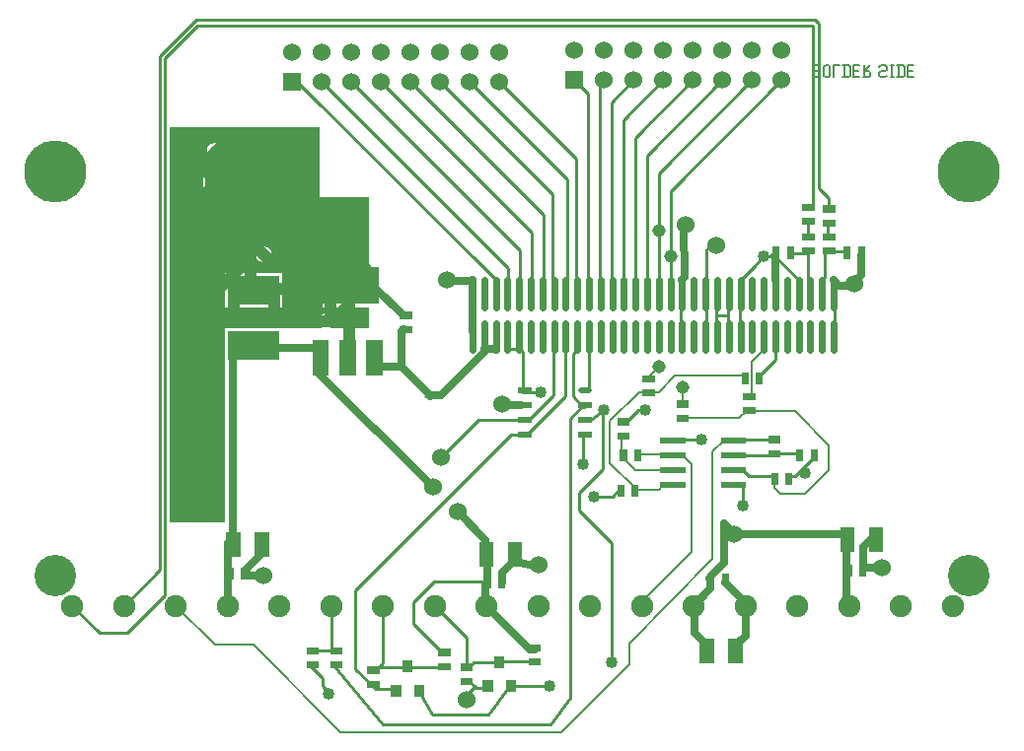
<source format=gbr>
G04 Title: RX Daughterboard, layergroup #1 *
G04 Creator: pcb-bin 1.99p *
G04 CreationDate: Tue 01 Mar 2005 01:13:31 AM GMT UTC *
G04 For: matt *
G04 Format: Gerber/RS-274X *
G04 PCB-Dimensions: 330000 250000 *
G04 PCB-Coordinate-Origin: lower left *
%MOIN*%
%FSLAX24Y24*%
G04 contains layers solder (0) *
%IPPOS*%
%ADD11C,0.0400*%
%ADD12C,0.0250*%
%ADD13C,0.0450*%
%ADD14C,0.0080*%
%ADD15C,0.0280*%
%ADD16C,0.0100*%
%ADD17C,0.0300*%
%ADD18C,0.0600*%
%ADD19C,0.0240*%
%ADD20R,0.0240X0.0240*%
%ADD21R,0.0440X0.0440*%
%ADD22R,0.0300X0.0300*%
%ADD23C,0.0060*%
%ADD24R,0.0480X0.0480*%
%ADD25R,0.0680X0.0680*%
%ADD26R,0.0540X0.0540*%
%ADD27R,0.0970X0.0970*%
%ADD28R,0.1170X0.1170*%
%ADD29R,0.1030X0.1030*%
%ADD30C,0.0200*%
%ADD31R,0.0560X0.0560*%
%ADD32R,0.0860X0.0860*%
%ADD33R,0.0620X0.0620*%
%ADD34R,0.1220X0.1220*%
%ADD35R,0.1520X0.1520*%
%ADD36R,0.1280X0.1280*%
%ADD37R,0.0340X0.0340*%
%ADD38R,0.0640X0.0640*%
%ADD39R,0.0400X0.0400*%
%ADD40R,0.0200X0.0200*%
%ADD41C,0.0720*%
%ADD42C,0.0920X0.0720*%
%ADD43C,0.0920*%
%ADD44C,0.0340*%
%ADD45R,0.0600X0.0600*%
%ADD46R,0.0660X0.0660*%
%ADD47R,0.0900X0.0900X0.0600X0.0600*%
%ADD48R,0.0900X0.0900*%
%ADD49C,0.0660*%
%AMTHERM1*7,0,0,0.0900,0.0600,0.0100,45*%
%ADD50THERM1*%
%ADD51C,0.0900X0.0600*%
%ADD52C,0.0900*%
%ADD53C,0.0500*%
%ADD54R,0.0500X0.0500*%
%ADD55C,0.0750*%
%ADD56C,0.0810*%
%ADD57C,0.0950X0.0750*%
%ADD58C,0.0950*%
%ADD59C,0.0125*%
%AMTHERM2*7,0,0,0.0950,0.0750,0.0125,45*%
%ADD60THERM2*%
%ADD61C,0.1400*%
%ADD62C,0.1460*%
%ADD63C,0.1600X0.1400*%
%ADD64C,0.1600*%
%ADD65C,0.2100*%
%ADD66C,0.2160*%
%AMTHERM3*7,0,0,0.2300,0.2100,0.0500,45*%
%ADD67THERM3*%
%ADD68C,0.2300X0.2100*%
%ADD69C,0.2300*%
%ADD70C,0.0150*%
%ADD71C,0.1320*%
%ADD72C,0.1100*%
%ADD73C,0.1520*%
%ADD74C,0.1520X0.1320*%
%ADD75C,0.0610*%
%ADD76C,0.0610X0.0450*%
%ADD77C,0.0160*%
%AMTHERM4*7,0,0,0.0800,0.0600,0.0160,45*%
%ADD78THERM4*%
%ADD79C,0.0800*%
%ADD80C,0.0800X0.0600*%
%AMTHERM5*7,0,0,0.0800,0.0600,0.0125,45*%
%ADD81THERM5*%
%AMTHERM6*7,0,0,0.0600,0.0400,0.0100,45*%
%ADD82THERM6*%
%ADD83C,0.0600X0.0400*%
%ADD84C,0.0360*%
%ADD85C,0.0560*%
%ADD86C,0.0560X0.0360*%
%AMTHERM7*7,0,0,0.0560,0.0360,0.0080,45*%
%ADD87THERM7*%
%LNGROUP_0*%
%LPD*%
G01X0Y0D02*
G54D16*G36*
X4750Y21050D02*X9850D01*
Y18450D01*
X4750D01*
Y21050D01*
G37*
G36*
Y7700D02*X6650D01*
Y14650D01*
X4750D01*
Y7700D01*
G37*
G36*
Y18700D02*X11500D01*
Y14250D01*
X4750D01*
Y18700D01*
G37*
%LNCUTS*%
%LPC*%
G54D17*X4613Y5213D02*Y23400D01*
G54D85*X6300Y20250D03*
X5700Y19200D03*
G54D17*X4613Y5213D02*Y23400D01*
G54D85*X5700Y8650D03*
Y10450D03*
Y12250D03*
X5650Y14050D03*
G54D28*X7210Y13660D02*X7990D01*
G54D13*X7210Y15540D02*X7200Y15550D01*
G54D17*X4613Y5213D02*Y23400D01*
G54D13*X7990Y15540D02*X8000Y15550D01*
X12660Y14690D02*X11650Y15700D01*
X11450D01*
Y15750D01*
X10330Y15700D02*X10400Y15770D01*
X11450Y15750D02*X11500D01*
G54D85*X10050Y14500D03*
X5650Y14050D03*
X10400Y17750D03*
X7950Y16750D03*
X5700Y15350D03*
X5650Y17400D03*
X7250Y17500D03*
X8700Y17550D03*
G54D35*X10330Y15700D02*X11230D01*
G54D28*X7210Y15540D02*X7990D01*
%LNTRACKS*%
%LPD*%
G54D11*X6600Y18100D02*X8200Y16500D01*
X6600Y20500D02*Y18100D01*
X5700Y19600D02*X6600Y20500D01*
X5700Y18400D02*Y19600D01*
X5600Y18500D02*X5700Y18400D01*
X5600Y20500D02*Y18500D01*
X10450Y14500D02*X9500D01*
X9750Y16200D02*X9700Y16250D01*
X9750Y15000D02*Y16200D01*
X10500Y17500D02*X10400Y17600D01*
X10500Y17250D02*Y17500D01*
X9700Y17300D02*X10400Y18000D01*
X7350Y17300D02*X9700D01*
X7150Y17500D02*X7350Y17300D01*
X6050Y17500D02*X7150D01*
X5850Y17300D02*X6050Y17500D01*
X5850Y8050D02*Y17300D01*
X10750Y17700D02*X10800Y17750D01*
X5600Y17700D02*X10750D01*
X5450Y17550D02*X5600Y17700D01*
X5450Y8250D02*Y17550D01*
X10100Y17450D02*X10700Y18050D01*
X10050Y17450D02*X10100D01*
X9950Y17550D02*X10050Y17450D01*
X5850Y17550D02*X9950D01*
X5700Y17400D02*X5850Y17550D01*
X5700Y8150D02*Y17400D01*
X11400Y16250D02*X11350D01*
X11300Y16350D02*X11400Y16250D01*
X9350Y16350D02*X11300D01*
X7500Y16650D02*X6400Y15550D01*
X7500Y16700D02*Y16650D01*
Y15650D02*Y16700D01*
X10850Y13400D02*X10750Y13300D01*
X10850Y15050D02*Y13400D01*
X10400Y14600D02*X10850Y15050D01*
X10300Y14600D02*X10400D01*
X10200Y14700D02*X10300Y14600D01*
X10200Y15650D02*Y14700D01*
X10150Y15600D02*X10200Y15650D01*
X8200Y15600D02*X10150D01*
X8300Y15500D02*X8200Y15600D01*
X8300Y14650D02*Y15500D01*
X6950Y14750D02*Y15550D01*
G54D12*X14999Y15881D02*X14968Y15850D01*
X11450Y15700D02*Y15750D01*
X11650Y15700D02*X11450D01*
X12660Y14690D02*X11650Y15700D01*
X14968Y15850D02*X14150D01*
X10330Y15700D02*X10400Y15770D01*
X7990Y15540D02*X8000Y15550D01*
X8050Y13600D02*X9900D01*
X7990Y13660D02*X8050Y13600D01*
X6900Y13350D02*Y6850D01*
X7210Y13660D02*X6900Y13350D01*
X7290Y6040D02*X7430Y5900D01*
X7850Y6600D02*Y6900D01*
X7290Y6040D02*X7850Y6600D01*
X23850Y7300D02*X27650D01*
X23500Y7650D02*X23850Y7300D01*
X23500Y6315D02*X23100Y5915D01*
X23500Y7650D02*Y6315D01*
X28200Y6850D02*Y6100D01*
X28630Y7280D02*X28200Y6850D01*
X27650Y4940D02*Y7100D01*
X27720Y4870D02*X27650Y4940D01*
X16450Y6360D02*X17250Y6200D01*
X16480Y6330D02*X16400Y6810D01*
X15990Y5980D02*Y5650D01*
X16430Y6420D02*X15990Y5980D01*
G54D14*X20700Y5000D02*Y4850D01*
X22400Y6700D02*X20700Y5000D01*
G54D12*X15500Y5600D02*X15450Y5550D01*
X15500Y6450D02*Y5600D01*
X15450Y6500D02*X15500Y6450D01*
X15450Y7100D02*Y6500D01*
Y5550D02*Y5150D01*
G54D16*X15500Y6700D02*X15550D01*
X15500Y5200D02*Y6700D01*
X17750Y12000D02*Y14100D01*
X16900Y11150D02*X17750Y12000D01*
X16620Y11150D02*X16650D01*
X15200D02*X16650D01*
X13950Y9900D02*X15200Y11150D01*
X14850Y1900D02*Y1850D01*
X15100Y2150D02*X14850Y1900D01*
X15520Y2130D02*Y2150D01*
X15550Y2100D02*X15520Y2130D01*
X15100Y2100D02*X15550D01*
X14890Y2310D02*X15100Y2100D01*
X26700Y19000D02*X27050Y18650D01*
X26700Y24562D02*Y19000D01*
X26562Y24700D02*X26700Y24562D01*
X4443Y23470D02*X5673Y24700D01*
X4443Y6093D02*Y23470D01*
X3220Y4870D02*X4443Y6093D01*
X26500Y24500D02*Y18350D01*
X5673Y24700D02*X26562D01*
X5713Y24500D02*X26500D01*
X4613Y23400D02*X5713Y24500D01*
X4613Y5213D02*Y23400D01*
X3350Y3950D02*X4613Y5213D01*
X2390Y3950D02*X3350D01*
X1470Y4870D02*X2390Y3950D01*
X19400Y9500D02*Y11500D01*
X18600Y8700D02*X19400Y9500D01*
X18600Y8100D02*Y8700D01*
X19700Y7000D02*X18600Y8100D01*
X19700Y2950D02*Y7000D01*
X16430Y2150D02*X17600D01*
X16380Y2100D02*X16430Y2150D01*
X16300Y2180D02*X16380Y2100D01*
X19050Y11200D02*X18800D01*
X19450Y11500D02*X19050Y11200D01*
X16670Y12100D02*X17300D01*
X16620Y12150D02*X16670Y12100D01*
X16700Y13450D02*Y12150D01*
X16600Y13550D02*X16700Y13450D01*
X16211Y13550D02*X16600D01*
X16180Y13518D02*X16211Y13550D01*
X16200Y2100D02*X16250D01*
X15550Y1200D02*X16200Y2100D01*
X13620Y1200D02*X15550D01*
X13200Y1970D02*X13620Y1200D01*
X21500Y10500D02*X22750D01*
X21450Y10450D02*X21500Y10500D01*
X15500Y4950D02*X15450D01*
X15500Y5200D02*Y4950D01*
X23250Y14700D02*X23650D01*
X13700Y5700D02*X15500D01*
X13000Y5000D02*X13700Y5700D01*
X13000Y4250D02*Y5000D01*
X13960Y3290D02*X13000Y4250D01*
G54D12*X16940Y3400D02*X17100D01*
X11700Y10854D02*X13654Y8900D01*
X12600Y12950D02*X11750D01*
X6750Y7000D02*Y4900D01*
X13570Y11980D02*X12600Y12950D01*
X12660Y14210D02*X12600Y14150D01*
Y12950D01*
X23880Y3530D02*X24220Y3870D01*
X28190Y6140D02*X28200Y6150D01*
X28850D01*
G54D16*X18750Y10560D02*Y9650D01*
X18660Y10650D02*X18750Y10560D01*
X19720Y8550D02*X19100D01*
X20010Y8840D02*X19720Y8550D01*
G54D12*X14150Y15850D02*Y15900D01*
X9850Y13100D02*Y13050D01*
Y12700D02*Y13100D01*
X16620Y11650D02*X16150D01*
X11750Y10800D02*X9850Y12700D01*
X22500Y3950D02*Y4850D01*
X22470Y4870D02*X23050Y5450D01*
G54D16*X13410Y11970D02*X13570D01*
G54D12*X24200Y5000D02*Y4950D01*
X13570Y11980D02*Y11970D01*
X7430Y5900D02*X7950D01*
X13950Y12000D02*X13550D01*
X14000Y12050D02*X13950Y12000D01*
X7210Y15540D02*X7200Y15550D01*
G54D16*X13695Y11975D02*X13706D01*
X13690Y11970D02*X13695Y11975D01*
X13950Y12000D02*X13930Y11980D01*
X26150Y9450D02*Y9500D01*
X26250Y9350D02*X26150Y9450D01*
X25890Y9240D02*X26550Y9900D01*
X25690Y9240D02*X25890D01*
X25304Y16600D02*X25250D01*
X26022Y15881D02*X25304Y16600D01*
G54D12*X25250Y15895D02*Y16650D01*
X25235Y15881D02*X25250Y15895D01*
X28140Y16040D02*X27900Y15800D01*
X28140Y16710D02*Y16040D01*
X27385Y15700D02*X27900D01*
X27204Y15881D02*X27385Y15700D01*
G54D16*X27250Y13564D02*Y15700D01*
X27204Y13518D02*X27250Y13564D01*
X25050Y16700D02*X24850D01*
X25260Y16890D02*X25050Y16700D01*
X24500Y16326D02*X24850Y16700D01*
X24054Y15881D02*X24500Y16326D01*
X23050Y17050D02*X23250D01*
X22900Y16900D02*X23050Y17050D01*
X22900Y15907D02*Y16900D01*
X22873Y15881D02*X22900Y15907D01*
X24050Y14433D02*Y15550D01*
X24054Y14428D02*X24050Y14433D01*
X22900Y14455D02*Y15400D01*
X22873Y14428D02*X22900Y14455D01*
X10150Y1950D02*Y1900D01*
X9950Y2150D02*X10150Y1950D01*
X9950Y2420D02*Y2150D01*
X9510Y2860D02*X9950Y2420D01*
G54D12*X22178Y15973D02*X22128Y17750D01*
X22085Y15881D02*X22178Y15973D01*
X15000Y15880D02*Y14150D01*
X11450Y15750D02*X11500D01*
G54D16*X15000Y13519D02*Y15550D01*
X14999Y13518D02*X15000Y13519D01*
X22050Y13554D02*Y15500D01*
X22085Y13518D02*X22050Y13554D01*
G54D14*X23100Y6450D02*X20300Y3600D01*
X23100Y10100D02*Y6450D01*
X23500Y10450D02*X23100Y10100D01*
X20900Y4900D02*X20750D01*
G54D12*X14500Y8050D02*X15450Y7100D01*
G54D14*X22400Y9650D02*Y6700D01*
X22100Y9950D02*X22400Y9650D01*
X20624Y12100D02*X20850D01*
X19650Y11125D02*X20624Y12100D01*
X19650Y9680D02*Y11125D01*
X20490Y8840D02*X19650Y9680D01*
X25200Y8850D02*Y9050D01*
X25400Y8650D02*X25200Y8850D01*
X26250Y8650D02*X25400D01*
X27050Y9450D02*X26250Y8650D01*
X27050Y10300D02*Y9450D01*
X25890Y11460D02*X27050Y10300D01*
X24440Y11460D02*X25890D01*
X21300Y8800D02*X20550D01*
X21450Y8950D02*X21300Y8800D01*
X20510Y9450D02*X21650D01*
X20100Y9860D02*X20510Y9450D01*
X20050Y10570D02*Y10000D01*
X20010Y10610D02*X20050Y10570D01*
X21400Y10000D02*X20600D01*
X21450Y9950D02*X21400Y10000D01*
X24010Y11210D02*X22100D01*
X24260Y11460D02*X24010Y11210D01*
X21300Y12100D02*X21000D01*
X21850Y12650D02*X21300Y12100D01*
X24200Y12650D02*X21850D01*
X24210Y12640D02*X24200Y12650D01*
X20950Y12600D02*Y12550D01*
X21300Y12950D02*X20950Y12600D01*
X21300Y17650D02*Y17550D01*
X22100Y12250D02*Y11700D01*
X24450Y11950D02*X24500D01*
X24450Y13127D02*Y11950D01*
X24841Y13518D02*X24450Y13127D01*
G54D16*X25250Y13200D02*Y13550D01*
X24690Y12640D02*X25250Y13200D01*
X24200Y10500D02*X25100D01*
X24150Y10450D02*X24200Y10500D01*
X25140Y9950D02*X23825D01*
X25200Y10010D02*X25140Y9950D01*
X26030Y10010D02*X25200D01*
X26060Y10040D02*X26030Y10010D01*
X24350Y9250D02*X25200D01*
X24150Y9450D02*X24350Y9250D01*
X14750Y2300D02*Y2250D01*
G54D14*X7600Y3550D02*X6300D01*
X4950Y4900D01*
G54D16*X23650Y13529D02*Y15650D01*
X23660Y13518D02*X23650Y13529D01*
X23250Y15650D02*Y14050D01*
G54D14*X20300Y2900D02*X18000Y600D01*
X20300Y3600D02*Y2900D01*
G54D16*X18300Y1750D02*Y11200D01*
X17650Y850D02*X18300Y1750D01*
X11970Y850D02*X17650D01*
X10310Y2860D02*X11970Y850D01*
X14800Y3790D02*Y2800D01*
X13720Y4870D02*X14800Y3790D01*
X16300Y10650D02*X16750D01*
X11050Y5400D02*X16300Y10650D01*
X11050Y2720D02*Y5400D01*
X11720Y2050D02*X11050Y2720D01*
G54D12*X23540Y5660D02*X24200Y5000D01*
X23050Y5800D02*X23000D01*
X23050Y5450D02*Y5800D01*
X24220Y3870D02*Y4870D01*
X22920Y3530D02*X22500Y3950D01*
G54D16*X20190Y11090D02*X20600Y11500D01*
G54D12*X15393Y13443D02*X13950Y12000D01*
X15393Y13518D02*Y13443D01*
X15786Y13518D02*X15755Y13550D01*
X15400D01*
G54D16*X20600Y11500D02*X20850D01*
X18148Y11948D02*X16850Y10650D01*
X18148Y13518D02*Y11948D01*
X17750Y13550D02*X17800D01*
G54D14*X4950Y4900D02*Y4950D01*
X18000Y600D02*X10550D01*
G54D16*X18300Y11200D02*X18750Y11650D01*
Y11600D02*X18800D01*
X18400Y11950D02*X18750Y11600D01*
X18400Y13376D02*Y11950D01*
X18542Y13518D02*X18400Y13376D01*
X18950Y13505D02*Y12150D01*
X18936Y13518D02*X18950Y13505D01*
X10250Y3450D02*Y4850D01*
X10350Y3350D02*X10250Y3450D01*
X9520Y3350D02*X10350D01*
X9510Y3340D02*X9520Y3350D01*
X11970Y2920D02*Y4870D01*
X11740Y2690D02*X11970Y2920D01*
X14150Y2800D02*X11850D01*
X11720Y2050D02*X12500D01*
X24150Y8950D02*Y8250D01*
X15050Y2950D02*X15850D01*
X14890Y2790D02*X15050Y2950D01*
X11740Y2690D02*X11850Y2800D01*
G54D12*X15470Y4870D02*X16940Y3400D01*
G54D14*X10550Y600D02*X7600Y3550D01*
G54D16*X27050Y18650D02*Y18350D01*
X16700Y3000D02*X15950D01*
X17190Y2960D02*X16700Y3000D01*
X27000Y17380D02*Y17800D01*
X26960Y17340D02*X27000Y17380D01*
X26350Y17430D02*Y17800D01*
X26260Y17340D02*X26350Y17430D01*
X26900Y16850D02*X27600D01*
X26900Y15970D02*Y16850D01*
X26810Y15881D02*X26900Y15970D01*
X26300Y16800D02*X25750D01*
X26350Y16850D02*X26300Y16800D01*
X26350Y15947D02*Y16850D01*
X26416Y15881D02*X26350Y15947D01*
X9017Y22650D02*X8900D01*
X15786Y15881D02*X9017Y22650D01*
X16200Y16300D02*Y15650D01*
X16600Y16900D02*Y15700D01*
X17000Y17500D02*Y15650D01*
X17400Y18100D02*Y15800D01*
X20500Y20700D02*Y15900D01*
X9900Y22600D02*X16200Y16300D01*
X22450Y22650D02*X20500Y20700D01*
X20100Y21300D02*Y15800D01*
X25450Y22650D02*X21692Y18892D01*
X21450Y22650D02*X20100Y21300D01*
X19700Y21900D02*Y15400D01*
X20450Y22650D02*X19700Y21900D01*
X19300Y22500D02*Y15900D01*
X21692Y18892D02*Y15800D01*
X19450Y22650D02*X19300Y22500D01*
X18900Y22200D02*Y15700D01*
X18450Y22650D02*X18900Y22200D01*
X18500Y20000D02*Y15700D01*
X15900Y22600D02*X18500Y20000D01*
X18200Y19300D02*Y15700D01*
X14900Y22600D02*X18200Y19300D01*
X17700Y18800D02*Y15700D01*
X13900Y22600D02*X17700Y18800D01*
X23450Y22650D02*X20900Y20100D01*
X12900Y22600D02*X17400Y18100D01*
X21300Y19500D02*Y15850D01*
X11900Y22600D02*X17000Y17500D01*
X24450Y22650D02*X21300Y19500D01*
X10900Y22600D02*X16600Y16900D01*
X20900Y20100D02*Y15700D01*
G04 Text: SOLDER SIDE *
G54D14*X26700Y22750D02*X26750Y22800D01*
X26550Y22750D02*X26700D01*
X26500Y22800D02*X26550Y22750D01*
X26500Y22800D02*Y22900D01*
X26550Y22950D01*
X26700D01*
X26750Y23000D01*
Y23100D01*
X26700Y23150D02*X26750Y23100D01*
X26550Y23150D02*X26700D01*
X26500Y23100D02*X26550Y23150D01*
X26870Y22800D02*Y23100D01*
Y22800D02*X26920Y22750D01*
X27020D01*
X27070Y22800D01*
Y23100D01*
X27020Y23150D02*X27070Y23100D01*
X26920Y23150D02*X27020D01*
X26870Y23100D02*X26920Y23150D01*
X27190Y22750D02*Y23150D01*
X27390D01*
X27560Y22750D02*Y23150D01*
X27710Y22750D02*X27760Y22800D01*
Y23100D01*
X27710Y23150D02*X27760Y23100D01*
X27510Y23150D02*X27710D01*
X27510Y22750D02*X27710D01*
X27880Y22950D02*X28030D01*
X27880Y23150D02*X28080D01*
X27880Y22750D02*Y23150D01*
Y22750D02*X28080D01*
X28200D02*X28400D01*
X28450Y22800D01*
Y22900D01*
X28400Y22950D02*X28450Y22900D01*
X28250Y22950D02*X28400D01*
X28250Y22750D02*Y23150D01*
Y22950D02*X28450Y23150D01*
X28950Y22750D02*X29000Y22800D01*
X28800Y22750D02*X28950D01*
X28750Y22800D02*X28800Y22750D01*
X28750Y22800D02*Y22900D01*
X28800Y22950D01*
X28950D01*
X29000Y23000D01*
Y23100D01*
X28950Y23150D02*X29000Y23100D01*
X28800Y23150D02*X28950D01*
X28750Y23100D02*X28800Y23150D01*
X29120Y22750D02*X29220D01*
X29170D02*Y23150D01*
X29120D02*X29220D01*
X29390Y22750D02*Y23150D01*
X29540Y22750D02*X29590Y22800D01*
Y23100D01*
X29540Y23150D02*X29590Y23100D01*
X29340Y23150D02*X29540D01*
X29340Y22750D02*X29540D01*
X29710Y22950D02*X29860D01*
X29710Y23150D02*X29910D01*
X29710Y22750D02*Y23150D01*
Y22750D02*X29910D01*
G54D45*X8900Y22600D03*
G54D18*Y23600D03*
X9900Y22600D03*
Y23600D03*
X10900Y22600D03*
Y23600D03*
X11900Y22600D03*
Y23600D03*
X12900Y22600D03*
Y23600D03*
X13900Y22600D03*
Y23600D03*
X14900Y22600D03*
Y23600D03*
X15900Y22600D03*
Y23600D03*
G54D45*X18450Y22650D03*
G54D18*Y23650D03*
X19450Y22650D03*
Y23650D03*
X20450Y22650D03*
Y23650D03*
X21450Y22650D03*
Y23650D03*
X22450Y22650D03*
Y23650D03*
X23450Y22650D03*
Y23650D03*
X24450Y22650D03*
Y23650D03*
X25450Y22650D03*
Y23650D03*
G54D55*X1470Y4870D03*
X3220D03*
X4970D03*
X6720D03*
X8470D03*
X10220D03*
X11970D03*
X13720D03*
X15470D03*
X17220D03*
X18970D03*
X20720D03*
X22470D03*
X24220D03*
X25970D03*
X27720D03*
X29470D03*
X31220D03*
G54D61*X910Y5890D03*
G54D65*Y19550D03*
X31780D03*
G54D61*Y5890D03*
G54D13*X21300Y12950D03*
G54D18*X23250Y17050D03*
G54D13*X21700Y16700D03*
X22100Y12250D03*
X21300Y17550D03*
G54D18*X7950Y5900D03*
X22200Y17750D03*
G54D11*X10150Y1900D03*
X24850Y16700D03*
G54D18*X27900Y15750D03*
G54D11*X26250Y9350D03*
X24150Y8250D03*
X19100Y8550D03*
X20850Y11500D03*
G54D18*X14150Y15900D03*
X16000Y11700D03*
G54D11*X18750Y9650D03*
G54D18*X28850Y6150D03*
X13654Y8900D03*
G54D11*X22750Y10500D03*
X17300Y12100D03*
X19450Y11500D03*
X17600Y2150D03*
X19700Y2950D03*
G54D18*X14800Y1700D03*
X13950Y9900D03*
X14500Y8050D03*
X17250Y6250D03*
G54D84*X7950Y16750D03*
X5700Y8650D03*
G54D14*X5504Y8846D02*X5896Y8454D01*
X5504D02*X5896Y8846D01*
G54D84*X5700Y10450D03*
G54D14*X5504Y10646D02*X5896Y10254D01*
X5504D02*X5896Y10646D01*
G54D84*X5700Y12250D03*
G54D14*X5504Y12446D02*X5896Y12054D01*
X5504D02*X5896Y12446D01*
G54D84*X5650Y14050D03*
G54D14*X5454Y14246D02*X5846Y13854D01*
X5454D02*X5846Y14246D01*
G54D84*X5700Y15350D03*
G54D14*X5504Y15546D02*X5896Y15154D01*
X5504D02*X5896Y15546D01*
G54D84*X5650Y17400D03*
G54D14*X5454Y17596D02*X5846Y17204D01*
X5454D02*X5846Y17596D01*
G54D84*X7250Y17500D03*
G54D14*X7054Y17696D02*X7446Y17304D01*
X7054D02*X7446Y17696D01*
G54D84*X8700Y17550D03*
G54D14*X8504Y17746D02*X8896Y17354D01*
X8504D02*X8896Y17746D01*
G54D84*X10400Y17750D03*
G54D14*X10204Y17946D02*X10596Y17554D01*
X10204D02*X10596Y17946D01*
G54D84*X10050Y14500D03*
G54D14*X9854Y14696D02*X10246Y14304D01*
X9854D02*X10246Y14696D01*
G54D84*X5700Y19200D03*
X6300Y20250D03*
G54D18*X23850Y7300D03*
G54D20*X6810Y6040D02*Y5860D01*
X7290Y6040D02*Y5860D01*
G54D24*X6920Y7130D02*Y6770D01*
X7880Y7130D02*Y6770D01*
G54D20*X15510Y5740D02*Y5560D01*
X15990Y5740D02*Y5560D01*
G54D24*X15470Y6780D02*Y6420D01*
X16430Y6780D02*Y6420D01*
G54D20*X23060Y5840D02*Y5660D01*
X23540Y5840D02*Y5660D01*
G54D24*X22920Y3530D02*Y3170D01*
X23880Y3530D02*Y3170D01*
G54D20*X27710Y6140D02*Y5960D01*
X28190Y6140D02*Y5960D01*
G54D24*X27670Y7280D02*Y6920D01*
X28630Y7280D02*Y6920D01*
G54D20*X12660Y14690D02*X12840D01*
X12660Y14210D02*X12840D01*
G54D27*X7210Y13660D02*X7990D01*
X7210Y15540D02*X7990D01*
G54D31*X11680Y13590D02*Y12930D01*
X10780Y13590D02*Y12930D01*
X9870Y13590D02*Y12930D01*
G54D34*X10330Y15700D02*X11230D01*
G54D20*X9510Y2860D02*X9690D01*
X9510Y3340D02*X9690D01*
X11560Y2210D02*X11740D01*
X11560Y2690D02*X11740D01*
G54D37*X13200Y2030D02*Y1970D01*
X12420Y2030D02*Y1970D01*
X12810Y2850D02*Y2790D01*
G54D20*X26060Y10040D02*Y9860D01*
X26540Y10040D02*Y9860D01*
X24210Y12640D02*Y12460D01*
X24690Y12640D02*Y12460D01*
G54D40*X23500Y10450D02*X24150D01*
X23500Y9950D02*X24150D01*
X23500Y9450D02*X24150D01*
X23500Y8950D02*X24150D01*
X21450D02*X22100D01*
X21450Y9450D02*X22100D01*
X21450Y9950D02*X22100D01*
X21450Y10450D02*X22100D01*
G54D20*X20860Y12060D02*X21040D01*
X20860Y12540D02*X21040D01*
X20010Y10610D02*X20190D01*
X20010Y11090D02*X20190D01*
X20010Y8840D02*Y8660D01*
X20490Y8840D02*Y8660D01*
X24260Y11460D02*X24440D01*
X24260Y11940D02*X24440D01*
X22010Y11210D02*X22190D01*
X22010Y11690D02*X22190D01*
X25110Y10490D02*X25290D01*
X25110Y10010D02*X25290D01*
G54D19*X14999Y14428D02*Y13518D01*
X27204Y15881D02*Y14971D01*
X15786Y14428D02*Y13518D01*
X15393Y14428D02*Y13518D01*
X16180Y14428D02*Y13518D01*
X14999Y15881D02*Y14971D01*
X16574Y14428D02*Y13518D01*
X15786Y15881D02*Y14971D01*
X16967Y14428D02*Y13518D01*
X16180Y15881D02*Y14971D01*
X17361Y14428D02*Y13518D01*
X16574Y15881D02*Y14971D01*
X17755Y14428D02*Y13518D01*
X16967Y15881D02*Y14971D01*
X18148Y14428D02*Y13518D01*
X17361Y15881D02*Y14971D01*
X18542Y14428D02*Y13518D01*
X17755Y15881D02*Y14971D01*
X18936Y14428D02*Y13518D01*
X18148Y15881D02*Y14971D01*
X18542Y15881D02*Y14971D01*
X18936Y15881D02*Y14971D01*
X19330Y15881D02*Y14971D01*
X19723Y15881D02*Y14971D01*
X20117Y15881D02*Y14971D01*
X20511Y15881D02*Y14971D01*
X20904Y15881D02*Y14971D01*
X21298Y15881D02*Y14971D01*
X21692Y15881D02*Y14971D01*
X22085Y15881D02*Y14971D01*
X22479Y15881D02*Y14971D01*
X22873Y15881D02*Y14971D01*
X23267Y15881D02*Y14971D01*
X23660Y15881D02*Y14971D01*
X24054Y15881D02*Y14971D01*
X24841Y15881D02*Y14971D01*
X24448Y15881D02*Y14971D01*
X25235Y15881D02*Y14971D01*
X25629Y15881D02*Y14971D01*
X26022Y15881D02*Y14971D01*
X26416Y15881D02*Y14971D01*
X15393Y15881D02*Y14971D01*
X19330Y14428D02*Y13518D01*
X19723Y14428D02*Y13518D01*
X20117Y14428D02*Y13518D01*
X20511Y14428D02*Y13518D01*
X20904Y14428D02*Y13518D01*
X21298Y14428D02*Y13518D01*
X21692Y14428D02*Y13518D01*
X22085Y14428D02*Y13518D01*
X22479Y14428D02*Y13518D01*
X22873Y14428D02*Y13518D01*
X23267Y14428D02*Y13518D01*
X23660Y14428D02*Y13518D01*
X24054Y14428D02*Y13518D01*
X24448Y14428D02*Y13518D01*
X24841Y14428D02*Y13518D01*
X25235Y14428D02*Y13518D01*
X25629Y14428D02*Y13518D01*
X26022Y14428D02*Y13518D01*
X26416Y14428D02*Y13518D01*
X26810Y14428D02*Y13518D01*
X27204Y14428D02*Y13518D01*
X26810Y15881D02*Y14971D01*
G54D20*X25740Y16890D02*Y16710D01*
X25260Y16890D02*Y16710D01*
X27660Y16890D02*Y16710D01*
X28140Y16890D02*Y16710D01*
X17010Y2960D02*X17190D01*
X17010Y3440D02*X17190D01*
X14710Y2310D02*X14890D01*
X14710Y2790D02*X14890D01*
G54D37*X16300Y2180D02*Y2120D01*
X15520Y2180D02*Y2120D01*
X15910Y3000D02*Y2940D01*
G54D20*X13960Y2810D02*X14140D01*
X13960Y3290D02*X14140D01*
X26260Y16860D02*X26440D01*
X26260Y17340D02*X26440D01*
X26960Y16860D02*X27140D01*
X26960Y17340D02*X27140D01*
G54D30*X18660Y12150D02*X18940D01*
G54D40*X18660Y11650D02*X18940D01*
X18660Y11150D02*X18940D01*
X18660Y10650D02*X18940D01*
X16620D02*X16900D01*
X16620Y11150D02*X16900D01*
X16620Y11650D02*X16900D01*
X16620Y12150D02*X16900D01*
G54D20*X25690Y9240D02*Y9060D01*
X25210Y9240D02*Y9060D01*
X26260Y18340D02*X26440D01*
X26260Y17860D02*X26440D01*
X26960Y18290D02*X27140D01*
X26960Y17810D02*X27140D01*
X20580Y10040D02*Y9860D01*
X20100Y10040D02*Y9860D01*
X10310Y3340D02*X10490D01*
X10310Y2860D02*X10490D01*
M02*

</source>
